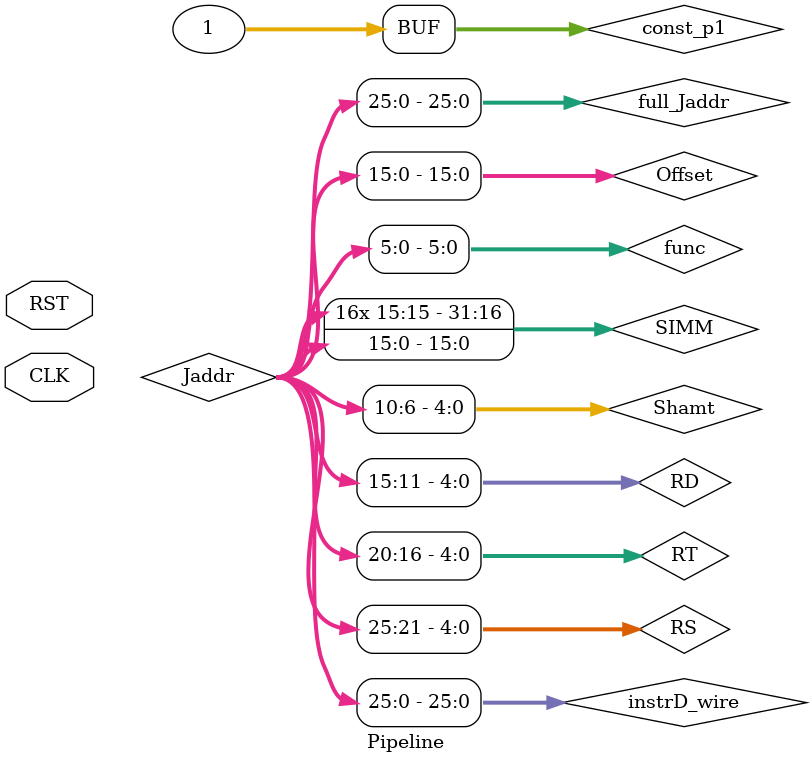
<source format=v>
`timescale 1ns / 1ps

module Pipeline(
    input CLK, RST
    );
    
    wire [31:0] instrD_wire;
    wire [4:0] RS,RT,RD,Shamt;
    wire [5:0] Op,func;
    wire [15:0] Offset;
    wire [25:0] Jaddr;
    wire [31:0] full_Jaddr;
    wire [31:0] const_p1;
    wire signed [31:0] SIMM;
    
   assign {Op,RS,RT,Offset} =instrD_wire;  //I type lw sw
   assign {Op,RS,RT,RD,Shamt,func} =instrD_wire; //R type
   assign {Op,Jaddr} =instrD_wire;
   assign  SIMM = $signed(Offset);
   assign const_p1 = 32'b1; 
   assign  full_Jaddr = {PCP1F_wire[31:26], Jaddr};
  wire x;
  //curret no jump 
 // seems R instructions LW and SW work but hazard unit having issues
 // review hazard logic and test
 
  
   
   //cu wires 
    wire RFWE_wire;
    wire RFDSel_wire;      
    wire ALU_In_sel_wire;  
    wire branch_wire;      
    wire DMWE_wire;        
    wire MtoRFsel_wire;  
    wire jump_wire;   
    wire [3:0] ALU_Op_sel_wire;  
    
    //hazrd wires
    
    wire stall_wire;
    wire flush_wire;
    wire ForwardAD_wire;
    wire ForwardBD_wire;
    wire [1:0] ForwardAE_wire;
    wire [1:0] ForwardBE_wire;
    
    
        
  //fetch
 wire [31:0] instruction_wire; 
 wire [31:0] PC_wire;
 wire [31:0] PCF_wire;
 wire [31:0] PCP1F_wire;
 wire [31:0] PC_in_wire;
 wire jump_wire;
 
  //CU wires DECODE
  wire PCSelD_wire;
  wire [31:0] PCP1D_wire;
  wire [31:0] PCbranchD_wire;
  wire [31:0] RF_d1_out_wire;
  wire [31:0] RF_d2_out_wire;
  wire zero_wire;
  wire [31:0] EqualInA_wire;
  wire [31:0] EqualInB_wire;
  
  //CU wires EX
  
  wire RFWEE_wire;
  wire RFDSelE_wire;      
  wire ALUselE_wire;      
  wire DMWEE_wire;        
  wire MtoRFselE_wire;     
  wire [3:0] ALU_Op_selE_wire;
  
  wire [31:0] RF_d1_outE_wire;
  wire [31:0] RF_d2_outE_wire;
  wire [4:0] RsE,RtE,RdE;
  wire [4:0] RFAE_wire;
  wire signed [31:0] SIMME;
  
  wire [31:0] ALU_in1_wire;
  wire [31:0] ALU_in2_wire;
  wire [31:0] DMDinE_wire;
  wire [31:0] ALU_Out_wire;
  
  
  //CU wires MEM
  
  wire RFWEM_wire;
  wire MtoRFselM_wire;     
  wire ALUselM_wire; 
  wire DMWEM_wire;  
  wire [31:0] DMDinM_wire;
  wire [31:0] ALU_OutM_wire;
  wire [4:0] RFAM_wire;
  wire [31:0] mem_read_wire;
  
  //CU wires WB
   
  wire RFWEW_wire;
  wire MtoRFselW_wire;  
  wire [31:0] DMOutW_wire;
  wire [31:0] ALU_OutW_wire;
  wire [4:0] RFAW_wire;  
    
  wire [31:0] ResultW_wire;  
    
    
    
    
   //Control unit
 CU_pipe cu
 (.Op(Op), 
 .func(func), 
 .RFWE(RFWE_wire), 
 .RFDSel(RFDSel_wire), 
 .ALU_In_sel(ALU_In_sel_wire), 
 .branch(branch_wire),
 .DMWE(DMWE_wire),
 .MtoRFsel(MtoRFsel_wire), 
 .ALU_Op_sel(ALU_Op_sel_wire),
 .jump(jump_wire));
     
     


    
     
   
   //pipline stages
   
   pipe_ID id(.CLK(CLK),.jump(jump_wire), .EN(stall_wire), .CLR(PCSelD_wire), .PCp1F(PCP1F_wire),.instruction(instruction_wire),.instrD(instrD_wire),.PCp1D(PCP1D_wire));


   Pipe_EX exe(.CLK(CLK) , .CLR(flush_wire), .RFWE(RFWE_wire), .RFDSel(RFDSel_wire), .DMWE(DMWE_wire), .MtoRFsel(MtoRFsel_wire), .ALU_Op_sel(ALU_Op_sel_wire), 
   .ALU_sel(ALU_In_sel_wire), .RsD(RS),.RtD(RT), .RdD(RD), .SIMM(SIMM), .RFD1(RF_d1_out_wire), .RFD2(RF_d2_out_wire), .RFWEE(RFWEE_wire), .RFDSelE(RFDSelE_wire),.DMWEE(DMWEE_wire),
   .MtoRFsel_E(MtoRFselE_wire), .ALUOp_E(ALU_Op_selE_wire),.ALU_sel_E(ALUselE_wire), .RsE(RsE),.RtE(RtE), .RdE(RdE), .SIMM_out(SIMME),.RFD1_out(RF_d1_outE_wire), .RFD2_out(RF_d2_outE_wire));

   Pipe_Mem mem(.CLK(CLK), .RFWEE(RFWEE_wire), .DMWEE(DMWEE_wire),.MtoRFselE(MtoRFselE_wire),.ALU_out(ALU_Out_wire), .DMinE(DMDinE_wire), .RtDE(RFAE_wire),
    .RFWEM(RFWEM_wire), .DMWEM(DMWEM_wire), .MtoRFselM(MtoRFselM_wire), .ALU_outM(ALU_OutM_wire),.DMinM(DMDinM_wire), .RtDM(RFAM_wire) );
    

   Pipe_WB wb(.CLK(CLK), .RFWEM(RFWEM_wire), .MtoRFSelM(MtoRFselM_wire), .mem_read(mem_read_wire), .ALU_outM(ALU_OutM_wire), .RtDM(RFAM_wire), 
.RFWEW(RFWEW_wire), .MtoRFSelW(MtoRFselW_wire),  .DMoutW(DMOutW_wire), .ALU_outW(ALU_OutW_wire), .RtDW(RFAW_wire) );

   
   
 //Hazard unit
 Hazard_unit HU(.jump(jump_wire),.rsD(RS) , .rtD(RT), .rsE(RsE), .rtE(RtE), .rtdM(RFAM_wire), .rtdW(RFAW_wire), .rtdE(RFAE_wire), .RFWEE(RFWEE_wire), 
.RFWEM(RFWEM_wire), .RFWEW(RFWEW_wire), .MtoRFSelE(MtoRFselE_wire), .BranchD(branch_wire), .MtoRFSelM(MtoRFselM_wire), .ForwardAE(ForwardAE_wire), .ForwardBE(ForwardBE_wire), 
.ForwardAD(ForwardAD_wire), .ForwardBD(ForwardBD_wire), .flush(flush_wire), .stall(stall_wire));  
    
  //PC
    
  PC_pip pc(.CLK(CLK),.jump(jump_wire),.RST(RST),.EN(stall_wire), .a(PC_in_wire), .PC_out(PCF_wire));
  
    
 IM_ROM IM( .addr(PCF_wire), .instruct(instruction_wire));

  RF rf(.CLK(CLK),.WR(RFWEW_wire),.addr1(RS),.addr2(RT),.addr_WR(RFAW_wire),.Din(ResultW_wire),.Dout1(RF_d1_out_wire),.Dout2(RF_d2_out_wire));
      
 ALU alu(.Din1(ALU_in1_wire), .Din2(ALU_in2_wire), .Dout(ALU_Out_wire),.ALU_sel(ALU_Op_selE_wire), .zero(x));

DM_RAM dm(.CLK(CLK), .WR(DMWEM_wire), .Din(DMDinM_wire), .Dout(mem_read_wire),.addr(ALU_OutM_wire));
  
     

   
   
    
 //adder
 
    
 Adder #(.WL(32))  Pcp1(.a(PCF_wire), .b(const_p1),.out(PCP1F_wire));
 Adder  #(.WL(32)) PCBranch(.a(SIMM),.b(PCP1D_wire),.out(PCbranchD_wire)); 
    


 //MUX 2:1   
  Mux #(.WL(32)) pc_sel(.a(PCP1F_wire),.b(PCbranchD_wire),.m_sel(PCSelD_wire),.m_out(PC_wire));  
  

  
  Mux #(.WL(32)) forwardAD_mux(.a(RF_d1_out_wire),.b(ALU_OutM_wire),.m_sel(ForwardAD_wire),.m_out(EqualInA_wire));  
  Mux #(.WL(32)) forwardBD_mux(.a(RF_d2_out_wire),.b(ALU_OutM_wire),.m_sel(ForwardBD_wire),.m_out(EqualInB_wire)); 
   
  Mux #(.WL(5)) RFDSelE(.a(RtE),.b(RdE),.m_sel(RFDSelE_wire),.m_out(RFAE_wire));  
  Mux #(.WL(32)) ALUInSelE(.a(DMDinE_wire),.b(SIMME),.m_sel(ALUselE_wire),.m_out(ALU_in2_wire));  
  Mux #(.WL(32)) MtoRFSelW(.a(ALU_OutW_wire),.b(DMOutW_wire),.m_sel(MtoRFselW_wire),.m_out(ResultW_wire));  
  
  Mux #(.WL(32)) jump(.a(PC_wire),.b(full_Jaddr),.m_sel(jump_wire),.m_out(PC_in_wire));  
  


    
 //MUX 4:1
  Mux_4  ForwardAE_mux(.a(RF_d1_outE_wire),.b(ResultW_wire),.c(ALU_OutM_wire),.d(x),.sel(ForwardAE_wire),.out(ALU_in1_wire));    
  Mux_4  ForwardBE_mux(.a(RF_d2_outE_wire),.b(ResultW_wire),.c(ALU_OutM_wire),.d(x),.sel(ForwardBE_wire),.out(DMDinE_wire));    
  
 //equalaotor  + logic  
   equal eq( .en(stall_wire),.a(EqualInA_wire), .b(EqualInB_wire), .zero(zero_wire)); 
   and A1(PCSelD_wire,zero_wire,branch_wire); 
    
endmodule

</source>
